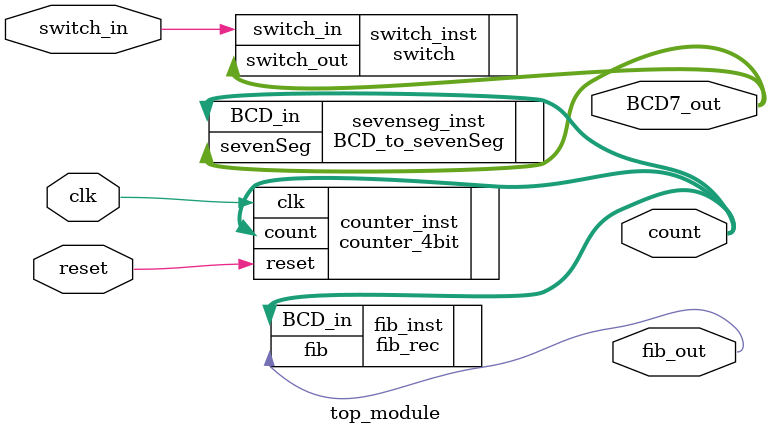
<source format=sv>
module top_module(
    input logic clk, reset,
    input logic switch_in,
    output logic [3:0] count,
    output logic [7:0] BCD7_out,
    output logic fib_out
);

    counter_4bit counter_inst (
        .clk(clk),
        .reset(reset),
        .count(count)
    );

    BCD_to_sevenSeg sevenseg_inst (
        .BCD_in(count), // Conecta la salida de counter_4bit a BCD_to_sevenSeg
        .sevenSeg(BCD7_out)
    );

    fib_rec fib_inst (
        .BCD_in(count), // Conecta la salida de counter_4bit a fib_rec
        .fib(fib_out)
    );

    switch switch_inst(
        .switch_in(switch_in),
        .switch_out(BCD7_out)  
    );

endmodule


</source>
